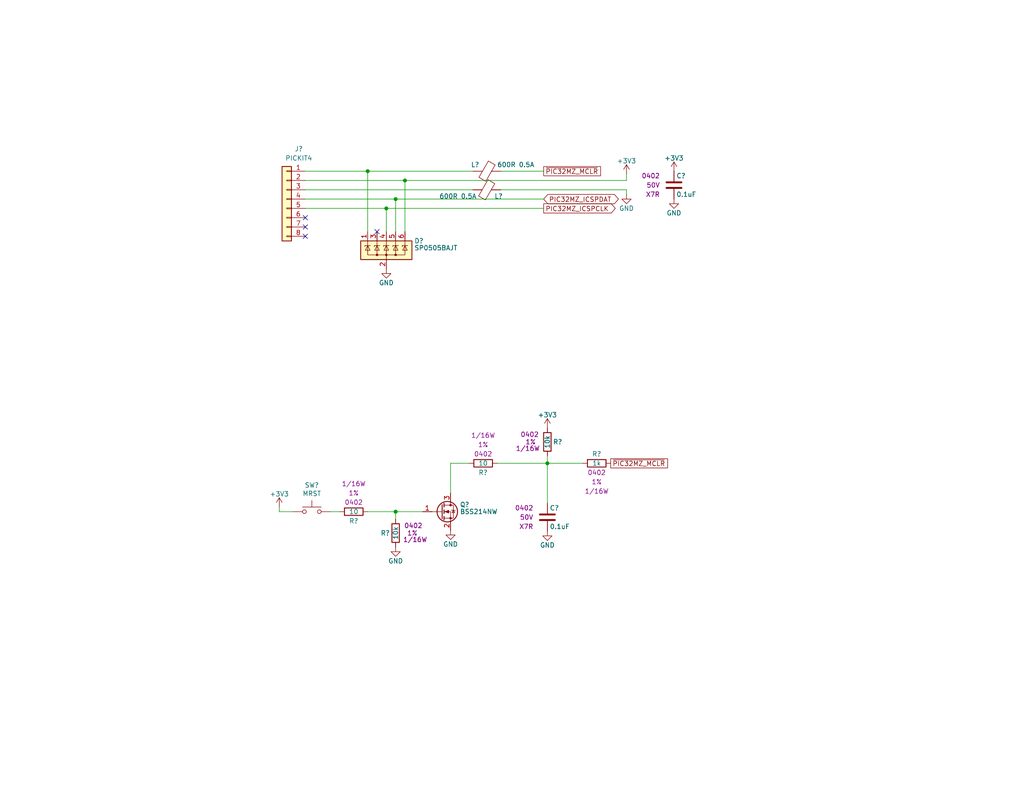
<source format=kicad_sch>
(kicad_sch (version 20211123) (generator eeschema)
  (paper "A")
  (lib_symbols
    (symbol "Connector_Generic:Conn_01x08" (pin_names (offset 1.016) hide)
      (property "Reference" "J" (at 0 10.16 0))
      (property "Value" "Conn_01x08" (at 0 -12.7 0))
      (symbol "Conn_01x08_1_1"
        (rectangle (start -1.27 -10.033) (end 0 -10.287) (stroke (width 0.1524)))
        (rectangle (start -1.27 -7.493) (end 0 -7.747) (stroke (width 0.1524)))
        (rectangle (start -1.27 -4.953) (end 0 -5.207) (stroke (width 0.1524)))
        (rectangle (start -1.27 -2.413) (end 0 -2.667) (stroke (width 0.1524)))
        (rectangle (start -1.27 0.127) (end 0 -0.127) (stroke (width 0.1524)))
        (rectangle (start -1.27 2.667) (end 0 2.413) (stroke (width 0.1524)))
        (rectangle (start -1.27 5.207) (end 0 4.953) (stroke (width 0.1524)))
        (rectangle (start -1.27 7.747) (end 0 7.493) (stroke (width 0.1524)))
        (rectangle (start -1.27 8.89) (end 1.27 -11.43) (stroke (width 0.254)) (fill (type background)))
        (pin passive line (at -5.08 7.62 0) (length 3.81) (name "Pin_1") (number "1"))
        (pin passive line (at -5.08 5.08 0) (length 3.81) (name "Pin_2") (number "2"))
        (pin passive line (at -5.08 2.54 0) (length 3.81) (name "Pin_3") (number "3"))
        (pin passive line (at -5.08 0 0) (length 3.81) (name "Pin_4") (number "4"))
        (pin passive line (at -5.08 -2.54 0) (length 3.81) (name "Pin_5") (number "5"))
        (pin passive line (at -5.08 -5.08 0) (length 3.81) (name "Pin_6") (number "6"))
        (pin passive line (at -5.08 -7.62 0) (length 3.81) (name "Pin_7") (number "7"))
        (pin passive line (at -5.08 -10.16 0) (length 3.81) (name "Pin_8") (number "8"))
      )
    )
    (symbol "Custom_Library:C_Custom" (pin_numbers hide) (pin_names (offset 0.254))
      (property "Reference" "C" (at 0.635 2.54 0))
      (property "Value" "C_Custom" (at 0.635 -2.54 0))
      (property "display_footprint" "Foot" (at -3.81 2.54 0))
      (property "Voltage" "V" (at -3.81 0 0))
      (property "Dielectric" "Er" (at -3.81 -2.54 0))
      (symbol "C_Custom_0_1"
        (polyline (pts (xy -2.032 -0.762) (xy 2.032 -0.762)) (stroke (width 0.508)))
        (polyline (pts (xy -2.032 0.762) (xy 2.032 0.762)) (stroke (width 0.508)))
      )
      (symbol "C_Custom_1_1"
        (pin passive line (at 0 3.81 270) (length 2.794) (name "~") (number "1"))
        (pin passive line (at 0 -3.81 90) (length 2.794) (name "~") (number "2"))
      )
    )
    (symbol "Custom_Library:R_Custom" (pin_numbers hide) (pin_names (offset 1.016) hide)
      (property "Reference" "R" (at -2.54 0 90))
      (property "Value" "R_Custom" (at 0 0 90))
      (property "display_footprint" "Foot" (at 2.54 0 90))
      (property "Tolerance" "Tol" (at 5.08 0 90))
      (property "Wattage" "W" (at 7.62 0 90))
      (symbol "R_Custom_0_1"
        (rectangle (start 1.016 2.54) (end -1.016 -2.54) (stroke (width 0.254)))
      )
      (symbol "R_Custom_1_1"
        (pin passive line (at 0 3.81 270) (length 1.27) (name "1") (number "1"))
        (pin passive line (at 0 -3.81 90) (length 1.27) (name "2") (number "2"))
      )
    )
    (symbol "LED_Panel_Controller-rescue:+3.3V-power" (power) (pin_names (offset 0))
      (property "Value" "+3.3V-power" (at 0 3.556 0))
      (symbol "+3.3V-power_0_1"
        (polyline (pts (xy -0.762 1.27) (xy 0 2.54)))
        (polyline (pts (xy 0 0) (xy 0 2.54)))
        (polyline (pts (xy 0 2.54) (xy 0.762 1.27)))
      )
      (symbol "+3.3V-power_1_1"
        (pin power_in line (at 0 0 90) (length 0) hide (name "+3V3") (number "1"))
      )
    )
    (symbol "LED_Panel_Controller-rescue:Ferrite_Bead-Device" (pin_numbers hide) (pin_names (offset 0))
      (property "Reference" "FB" (at -3.81 0.635 90))
      (property "Value" "Ferrite_Bead-Device" (at 3.81 0 90))
      (symbol "Ferrite_Bead-Device_0_1"
        (polyline (pts (xy 0 -1.27) (xy 0 -1.2192)))
        (polyline (pts (xy 0 1.27) (xy 0 1.2954)))
        (polyline (pts (xy -2.7686 0.4064) (xy -1.7018 2.2606) (xy 2.7686 -0.3048) (xy 1.6764 -2.159) (xy -2.7686 0.4064)))
      )
      (symbol "Ferrite_Bead-Device_1_1"
        (pin passive line (at 0 3.81 270) (length 2.54) (name "~") (number "1"))
        (pin passive line (at 0 -3.81 90) (length 2.54) (name "~") (number "2"))
      )
    )
    (symbol "Power_Protection:SP0505BAJT" (pin_names hide)
      (property "Reference" "D" (at 7.62 2.54 0))
      (property "Value" "SP0505BAJT" (at 7.62 0.635 0))
      (symbol "SP0505BAJT_0_0"
        (pin passive line (at 0 -5.08 90) (length 2.54) (name "A") (number "2"))
      )
      (symbol "SP0505BAJT_0_1"
        (rectangle (start -6.985 2.54) (end 6.985 -2.54) (stroke (width 0.254)) (fill (type background)))
        (circle (center -2.54 -1.27) (radius 0.254) (fill (type outline)))
        (circle (center 0 -1.27) (radius 0.254) (fill (type outline)))
        (polyline (pts (xy -5.08 2.54) (xy -5.08 1.27)))
        (polyline (pts (xy -2.54 2.54) (xy -2.54 1.27)))
        (polyline (pts (xy 0 -1.27) (xy 0 -2.54)))
        (polyline (pts (xy 0 -1.27) (xy 0 1.27)))
        (polyline (pts (xy 0 2.54) (xy 0 1.27)))
        (polyline (pts (xy 0.635 1.27) (xy 0.762 1.27)))
        (polyline (pts (xy 2.54 2.54) (xy 2.54 1.27)))
        (polyline (pts (xy 5.08 2.54) (xy 5.08 1.27)))
        (polyline (pts (xy -5.08 1.27) (xy -5.08 -1.27) (xy -2.54 -1.27)))
        (polyline (pts (xy 0.635 1.27) (xy -0.762 1.27) (xy -0.762 1.016)))
        (polyline (pts (xy 5.08 1.27) (xy 5.08 -1.27) (xy 2.54 -1.27)))
        (polyline (pts (xy -5.842 1.016) (xy -5.842 1.27) (xy -4.445 1.27) (xy -4.318 1.27)))
        (polyline (pts (xy -5.08 1.27) (xy -4.445 0) (xy -5.715 0) (xy -5.08 1.27)))
        (polyline (pts (xy -3.302 1.016) (xy -3.302 1.27) (xy -1.905 1.27) (xy -1.778 1.27)))
        (polyline (pts (xy -2.54 1.27) (xy -2.54 -1.27) (xy 2.54 -1.27) (xy 2.54 1.27)))
        (polyline (pts (xy -2.54 1.27) (xy -1.905 0) (xy -3.175 0) (xy -2.54 1.27)))
        (polyline (pts (xy 0.635 0) (xy -0.635 0) (xy 0 1.27) (xy 0.635 0)))
        (polyline (pts (xy 1.778 1.016) (xy 1.778 1.27) (xy 3.175 1.27) (xy 3.302 1.27)))
        (polyline (pts (xy 2.54 1.27) (xy 1.905 0) (xy 3.175 0) (xy 2.54 1.27)))
        (polyline (pts (xy 4.318 1.016) (xy 4.318 1.27) (xy 5.715 1.27) (xy 5.842 1.27)))
        (polyline (pts (xy 5.08 1.27) (xy 4.445 0) (xy 5.715 0) (xy 5.08 1.27)))
        (circle (center 2.54 -1.27) (radius 0.254) (fill (type outline)))
      )
      (symbol "SP0505BAJT_1_1"
        (pin passive line (at -5.08 5.08 270) (length 2.54) (name "K") (number "1"))
        (pin passive line (at -2.54 5.08 270) (length 2.54) (name "K") (number "3"))
        (pin passive line (at 0 5.08 270) (length 2.54) (name "K") (number "4"))
        (pin passive line (at 2.54 5.08 270) (length 2.54) (name "K") (number "5"))
        (pin passive line (at 5.08 5.08 270) (length 2.54) (name "K") (number "6"))
      )
    )
    (symbol "Switch:SW_Push" (pin_numbers hide) (pin_names (offset 1.016) hide)
      (property "Reference" "SW" (at 1.27 2.54 0))
      (property "Value" "SW_Push" (at 0 -1.524 0))
      (symbol "SW_Push_0_1"
        (circle (center -2.032 0) (radius 0.508))
        (polyline (pts (xy 0 1.27) (xy 0 3.048)))
        (polyline (pts (xy 2.54 1.27) (xy -2.54 1.27)))
        (circle (center 2.032 0) (radius 0.508))
        (pin passive line (at -5.08 0 0) (length 2.54) (name "1") (number "1"))
        (pin passive line (at 5.08 0 180) (length 2.54) (name "2") (number "2"))
      )
    )
    (symbol "Transistor_FET:BSS214NW" (pin_names hide)
      (property "Reference" "Q" (at 5.08 1.905 0))
      (property "Value" "BSS214NW" (at 5.08 0 0))
      (symbol "BSS214NW_0_1"
        (polyline (pts (xy 0.254 0) (xy -2.54 0)))
        (polyline (pts (xy 0.254 1.905) (xy 0.254 -1.905)) (stroke (width 0.254)))
        (polyline (pts (xy 0.762 -1.27) (xy 0.762 -2.286)) (stroke (width 0.254)))
        (polyline (pts (xy 0.762 0.508) (xy 0.762 -0.508)) (stroke (width 0.254)))
        (polyline (pts (xy 0.762 2.286) (xy 0.762 1.27)) (stroke (width 0.254)))
        (polyline (pts (xy 2.54 2.54) (xy 2.54 1.778)))
        (polyline (pts (xy 2.54 -2.54) (xy 2.54 0) (xy 0.762 0)))
        (polyline (pts (xy 0.762 -1.778) (xy 3.302 -1.778) (xy 3.302 1.778) (xy 0.762 1.778)))
        (polyline (pts (xy 1.016 0) (xy 2.032 0.381) (xy 2.032 -0.381) (xy 1.016 0)) (fill (type outline)))
        (polyline (pts (xy 2.794 0.508) (xy 2.921 0.381) (xy 3.683 0.381) (xy 3.81 0.254)))
        (polyline (pts (xy 3.302 0.381) (xy 2.921 -0.254) (xy 3.683 -0.254) (xy 3.302 0.381)))
        (circle (center 1.651 0) (radius 2.794) (stroke (width 0.254)))
        (circle (center 2.54 -1.778) (radius 0.254) (fill (type outline)))
        (circle (center 2.54 1.778) (radius 0.254) (fill (type outline)))
      )
      (symbol "BSS214NW_1_1"
        (pin input line (at -5.08 0 0) (length 2.54) (name "G") (number "1"))
        (pin passive line (at 2.54 -5.08 90) (length 2.54) (name "S") (number "2"))
        (pin passive line (at 2.54 5.08 270) (length 2.54) (name "D") (number "3"))
      )
    )
    (symbol "power:GND" (power) (pin_names (offset 0))
      (property "Value" "GND" (at 0 -3.81 0))
      (symbol "GND_0_1"
        (polyline (pts (xy 0 0) (xy 0 -1.27) (xy 1.27 -1.27) (xy 0 -2.54) (xy -1.27 -1.27) (xy 0 -1.27)))
      )
      (symbol "GND_1_1"
        (pin power_in line (at 0 0 270) (length 0) hide (name "GND") (number "1"))
      )
    )
  )
  (junction (at 110.49 49.276))
  (junction (at 107.95 54.356))
  (junction (at 100.33 46.736))
  (junction (at 105.41 56.896))
  (junction (at 149.352 126.492))
  (junction (at 107.95 139.7))
  (no_connect (at 102.87 63.246))
  (no_connect (at 83.312 61.976))
  (no_connect (at 83.312 64.516))
  (no_connect (at 83.312 59.436))
  (wire (pts (xy 149.352 124.46) (xy 149.352 126.492)))
  (wire (pts (xy 83.312 56.896) (xy 105.41 56.896)))
  (wire (pts (xy 136.652 51.816) (xy 170.942 51.816)))
  (wire (pts (xy 76.2 139.7) (xy 80.01 139.7)))
  (wire (pts (xy 76.2 138.43) (xy 76.2 139.7)))
  (wire (pts (xy 107.95 139.7) (xy 100.33 139.7)))
  (wire (pts (xy 148.336 46.736) (xy 136.652 46.736)))
  (wire (pts (xy 149.352 137.414) (xy 149.352 126.492)))
  (wire (pts (xy 115.316 139.7) (xy 107.95 139.7)))
  (wire (pts (xy 83.312 46.736) (xy 100.33 46.736)))
  (wire (pts (xy 92.71 139.7) (xy 90.17 139.7)))
  (wire (pts (xy 170.942 47.498) (xy 170.942 49.276)))
  (wire (pts (xy 129.032 51.816) (xy 83.312 51.816)))
  (wire (pts (xy 110.49 63.246) (xy 110.49 49.276)))
  (wire (pts (xy 122.936 126.492) (xy 128.016 126.492)))
  (wire (pts (xy 107.95 63.246) (xy 107.95 54.356)))
  (wire (pts (xy 107.95 54.356) (xy 148.336 54.356)))
  (wire (pts (xy 135.636 126.492) (xy 149.352 126.492)))
  (wire (pts (xy 107.95 141.732) (xy 107.95 139.7)))
  (wire (pts (xy 100.33 46.736) (xy 129.032 46.736)))
  (wire (pts (xy 105.41 56.896) (xy 148.336 56.896)))
  (wire (pts (xy 105.41 63.246) (xy 105.41 56.896)))
  (wire (pts (xy 83.312 54.356) (xy 107.95 54.356)))
  (wire (pts (xy 122.936 134.62) (xy 122.936 126.492)))
  (wire (pts (xy 100.33 63.246) (xy 100.33 46.736)))
  (wire (pts (xy 83.312 49.276) (xy 110.49 49.276)))
  (wire (pts (xy 170.942 53.086) (xy 170.942 51.816)))
  (wire (pts (xy 159.004 126.492) (xy 149.352 126.492)))
  (wire (pts (xy 110.49 49.276) (xy 170.942 49.276)))
  (global_label "PIC32MZ_ICSPCLK" (shape output) (at 148.336 56.896 0) (property "Intersheet References" "${INTERSHEET_REFS}" (effects hide)))
  (global_label "~{PIC32MZ_MCLR}" (shape passive) (at 148.336 46.736 0) (property "Intersheet References" "${INTERSHEET_REFS}" (effects hide)))
  (global_label "PIC32MZ_ICSPDAT" (shape bidirectional) (at 148.336 54.356 0) (property "Intersheet References" "${INTERSHEET_REFS}" (effects hide)))
  (global_label "~{PIC32MZ_MCLR}" (shape passive) (at 166.624 126.492 0) (property "Intersheet References" "${INTERSHEET_REFS}" (effects hide)))
  (symbol (lib_id "Custom_Library:C_Custom") (at 149.352 141.224 0) (unit 1)
    (property "Reference" "C?" (at 149.987 138.684 0) (effects (justify left)))
    (property "Value" "0.1uF" (at 149.987 143.764 0) (effects (justify left)))
    (property "Footprint" "Capacitors_SMD:C_0402" (effects hide))
    (property "display_footprint" "0402" (at 145.542 138.684 0) (effects (justify right)))
    (property "Voltage" "50V" (at 145.542 141.224 0) (effects (justify right)))
    (property "Dielectric" "X7R" (at 145.542 143.764 0) (effects (justify right)))
    (property "Digi-Key PN" "490-10698-1-ND" (effects hide))
  )
  (symbol (lib_id "Custom_Library:R_Custom") (at 131.826 126.492 90) (unit 1)
    (property "Reference" "R?" (at 131.826 129.032 90))
    (property "Value" "10" (at 131.826 126.492 90))
    (property "Footprint" "Resistors_SMD:R_0402" (effects hide))
    (property "display_footprint" "0402" (at 131.826 123.952 90))
    (property "Tolerance" "1%" (at 131.826 121.412 90))
    (property "Wattage" "1/16W" (at 131.826 118.872 90))
    (property "Digi-Key PN" "RMCF0402FT10R0CT-ND" (effects hide))
  )
  (symbol (lib_id "Custom_Library:R_Custom") (at 96.52 139.7 90) (unit 1)
    (property "Reference" "R?" (at 96.52 142.24 90))
    (property "Value" "10" (at 96.52 139.7 90))
    (property "Footprint" "Resistors_SMD:R_0402" (effects hide))
    (property "display_footprint" "0402" (at 96.52 137.16 90))
    (property "Tolerance" "1%" (at 96.52 134.62 90))
    (property "Wattage" "1/16W" (at 96.52 132.08 90))
    (property "Digi-Key PN" "RMCF0402FT10R0CT-ND" (effects hide))
  )
  (symbol (lib_id "power:GND") (at 122.936 144.78 0) (unit 1)
    (property "Reference" "#PWR?" (effects hide))
    (property "Value" "GND" (at 122.936 148.59 0))
  )
  (symbol (lib_id "LED_Panel_Controller-rescue:Ferrite_Bead-Device") (at 132.842 46.736 270) (unit 1)
    (property "Reference" "L?" (at 130.81 44.958 90) (effects (justify right)))
    (property "Value" "600R 0.5A" (at 135.636 44.958 90) (effects (justify left)))
    (property "Footprint" "Inductors_SMD:L_0402" (effects hide))
    (property "Digi-Key PN" "490-5441-1-ND" (effects hide))
  )
  (symbol (lib_id "Connector_Generic:Conn_01x08") (at 78.232 54.356 0) (mirror y) (unit 1)
    (property "Reference" "J?" (at 81.534 40.64 0))
    (property "Value" "PICKIT4" (at 81.534 43.18 0))
    (property "Footprint" "Custom Footprints Library:PICKIT4_Header" (effects hide))
    (property "Configuration" "DEV" (effects hide))
  )
  (symbol (lib_id "power:GND") (at 107.95 149.352 0) (unit 1)
    (property "Reference" "#PWR?" (effects hide))
    (property "Value" "GND" (at 107.95 153.162 0))
  )
  (symbol (lib_id "Custom_Library:R_Custom") (at 149.352 120.65 0) (mirror y) (unit 1)
    (property "Reference" "R?" (at 150.876 120.65 0) (effects (justify right)))
    (property "Value" "10k" (at 149.352 120.65 90))
    (property "Footprint" "Resistors_SMD:R_0402" (effects hide))
    (property "display_footprint" "0402" (at 144.526 118.618 0))
    (property "Tolerance" "1%" (at 144.78 120.65 0))
    (property "Wattage" "1/16W" (at 144.018 122.428 0))
    (property "Digi-Key PN" "RMCF0402FT10K0CT-ND" (effects hide))
  )
  (symbol (lib_id "Switch:SW_Push") (at 85.09 139.7 0) (unit 1)
    (property "Reference" "SW?" (at 85.09 132.461 0))
    (property "Value" "MRST" (at 85.09 134.7724 0))
    (property "Footprint" "Buttons_Switches_THT:SW_PUSH_6mm" (effects hide))
  )
  (symbol (lib_id "Transistor_FET:BSS214NW") (at 120.396 139.7 0) (unit 1)
    (property "Reference" "Q?" (at 125.476 137.795 0) (effects (justify left)))
    (property "Value" "BSS214NW" (at 125.476 139.7 0) (effects (justify left)))
    (property "Footprint" "Package_TO_SOT_SMD:SOT-323_SC-70" (effects hide))
    (property "Datasheet" "https://www.infineon.com/dgdl/Infineon-BSS214NW-DS-v02_02-en.pdf?fileId=db3a30431b3e89eb011b695aebc01bde" (effects hide))
    (property "Digi-Key PN" "BSS214NWH6327XTSA1CT-ND" (effects hide))
  )
  (symbol (lib_id "power:GND") (at 183.896 54.356 0) (unit 1)
    (property "Reference" "#PWR?" (effects hide))
    (property "Value" "GND" (at 183.896 58.166 0))
  )
  (symbol (lib_id "LED_Panel_Controller-rescue:+3.3V-power") (at 149.352 116.84 0) (unit 1)
    (property "Reference" "#PWR?" (effects hide))
    (property "Value" "+3.3V" (at 149.352 113.284 0))
  )
  (symbol (lib_id "LED_Panel_Controller-rescue:+3.3V-power") (at 183.896 46.736 0) (unit 1)
    (property "Reference" "#PWR?" (effects hide))
    (property "Value" "+3.3V" (at 183.896 43.18 0))
  )
  (symbol (lib_id "Custom_Library:R_Custom") (at 162.814 126.492 270) (unit 1)
    (property "Reference" "R?" (at 162.814 123.952 90))
    (property "Value" "1k" (at 162.814 126.492 90))
    (property "Footprint" "Resistors_SMD:R_0402" (effects hide))
    (property "display_footprint" "0402" (at 162.814 129.032 90))
    (property "Tolerance" "1%" (at 162.814 131.572 90))
    (property "Wattage" "1/16W" (at 162.814 134.112 90))
    (property "Digi-Key PN" "RMCF0402FT1K00CT-ND" (effects hide))
  )
  (symbol (lib_id "LED_Panel_Controller-rescue:+3.3V-power") (at 76.2 138.43 0) (unit 1)
    (property "Reference" "#PWR?" (effects hide))
    (property "Value" "+3.3V" (at 76.2 134.874 0))
  )
  (symbol (lib_id "Custom_Library:R_Custom") (at 107.95 145.542 0) (unit 1)
    (property "Reference" "R?" (at 106.426 145.542 0) (effects (justify right)))
    (property "Value" "10k" (at 107.95 145.542 90))
    (property "Footprint" "Resistors_SMD:R_0402" (effects hide))
    (property "display_footprint" "0402" (at 112.776 143.51 0))
    (property "Tolerance" "1%" (at 112.522 145.542 0))
    (property "Wattage" "1/16W" (at 113.284 147.32 0))
    (property "Digi-Key PN" "RMCF0402FT10K0CT-ND" (effects hide))
  )
  (symbol (lib_id "power:GND") (at 170.942 53.086 0) (mirror y) (unit 1)
    (property "Reference" "#PWR?" (effects hide))
    (property "Value" "GND" (at 170.942 56.896 0))
  )
  (symbol (lib_id "power:GND") (at 105.41 73.406 0) (unit 1)
    (property "Reference" "#PWR?" (effects hide))
    (property "Value" "GND" (at 105.41 77.216 0))
  )
  (symbol (lib_id "Power_Protection:SP0505BAJT") (at 105.41 68.326 0) (unit 1)
    (property "Reference" "D?" (at 113.03 65.786 0) (effects (justify left)))
    (property "Value" "SP0505BAJT" (at 113.03 67.691 0) (effects (justify left)))
    (property "Footprint" "TO_SOT_Packages_SMD:SOT-363_SC-70-6" (effects hide))
    (property "Datasheet" "http://www.littelfuse.com/~/media/files/littelfuse/technical%20resources/documents/data%20sheets/sp05xxba.pdf" (effects hide))
    (property "Digi-Key PN" "F3160CT-ND" (effects hide))
  )
  (symbol (lib_id "LED_Panel_Controller-rescue:Ferrite_Bead-Device") (at 132.842 51.816 90) (unit 1)
    (property "Reference" "L?" (at 134.874 53.594 90) (effects (justify right)))
    (property "Value" "600R 0.5A" (at 130.048 53.594 90) (effects (justify left)))
    (property "Footprint" "Inductors_SMD:L_0402" (effects hide))
    (property "Digi-Key PN" "490-5441-1-ND" (effects hide))
  )
  (symbol (lib_id "power:GND") (at 149.352 145.034 0) (unit 1)
    (property "Reference" "#PWR?" (effects hide))
    (property "Value" "GND" (at 149.352 148.844 0))
  )
  (symbol (lib_id "LED_Panel_Controller-rescue:+3.3V-power") (at 170.942 47.498 0) (unit 1)
    (property "Reference" "#PWR?" (effects hide))
    (property "Value" "+3.3V" (at 170.942 43.942 0))
  )
  (symbol (lib_id "Custom_Library:C_Custom") (at 183.896 50.546 0) (unit 1)
    (property "Reference" "C?" (at 184.531 48.006 0) (effects (justify left)))
    (property "Value" "0.1uF" (at 184.531 53.086 0) (effects (justify left)))
    (property "Footprint" "Capacitors_SMD:C_0402" (effects hide))
    (property "display_footprint" "0402" (at 180.086 48.006 0) (effects (justify right)))
    (property "Voltage" "50V" (at 180.086 50.546 0) (effects (justify right)))
    (property "Dielectric" "X7R" (at 180.086 53.086 0) (effects (justify right)))
    (property "Digi-Key PN" "490-10698-1-ND" (effects hide))
  )
)
</source>
